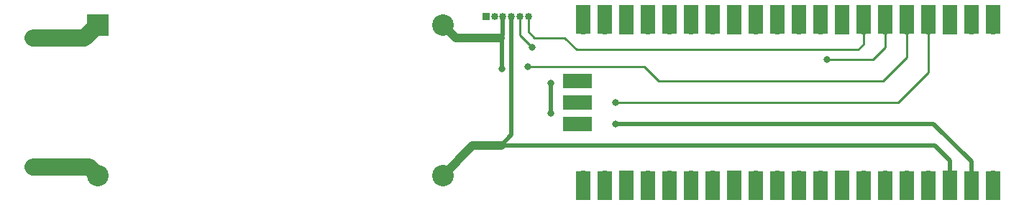
<source format=gbr>
%TF.GenerationSoftware,KiCad,Pcbnew,(6.0.9)*%
%TF.CreationDate,2023-01-12T20:02:03+01:00*%
%TF.ProjectId,pcb,7063622e-6b69-4636-9164-5f7063625858,rev?*%
%TF.SameCoordinates,Original*%
%TF.FileFunction,Copper,L1,Top*%
%TF.FilePolarity,Positive*%
%FSLAX46Y46*%
G04 Gerber Fmt 4.6, Leading zero omitted, Abs format (unit mm)*
G04 Created by KiCad (PCBNEW (6.0.9)) date 2023-01-12 20:02:03*
%MOMM*%
%LPD*%
G01*
G04 APERTURE LIST*
%TA.AperFunction,SMDPad,CuDef*%
%ADD10R,1.700000X3.500000*%
%TD*%
%TA.AperFunction,ComponentPad*%
%ADD11O,1.700000X1.700000*%
%TD*%
%TA.AperFunction,ComponentPad*%
%ADD12R,1.700000X1.700000*%
%TD*%
%TA.AperFunction,SMDPad,CuDef*%
%ADD13R,3.500000X1.700000*%
%TD*%
%TA.AperFunction,ComponentPad*%
%ADD14R,1.350000X1.350000*%
%TD*%
%TA.AperFunction,ComponentPad*%
%ADD15R,0.850000X0.850000*%
%TD*%
%TA.AperFunction,ComponentPad*%
%ADD16O,0.850000X0.850000*%
%TD*%
%TA.AperFunction,ComponentPad*%
%ADD17R,2.540000X2.540000*%
%TD*%
%TA.AperFunction,ComponentPad*%
%ADD18C,2.540000*%
%TD*%
%TA.AperFunction,ViaPad*%
%ADD19C,0.800000*%
%TD*%
%TA.AperFunction,Conductor*%
%ADD20C,0.500000*%
%TD*%
%TA.AperFunction,Conductor*%
%ADD21C,0.250000*%
%TD*%
%TA.AperFunction,Conductor*%
%ADD22C,1.000000*%
%TD*%
%TA.AperFunction,Conductor*%
%ADD23C,2.000000*%
%TD*%
G04 APERTURE END LIST*
D10*
%TO.P,U1,1,GPIO0*%
%TO.N,unconnected-(U1-Pad1)*%
X189602000Y-21198000D03*
D11*
X189602000Y-22098000D03*
D10*
%TO.P,U1,2,GPIO1*%
%TO.N,unconnected-(U1-Pad2)*%
X187062000Y-21198000D03*
D11*
X187062000Y-22098000D03*
D10*
%TO.P,U1,3,GND*%
%TO.N,unconnected-(U1-Pad3)*%
X184522000Y-21198000D03*
D12*
X184522000Y-22098000D03*
D10*
%TO.P,U1,4,GPIO2*%
%TO.N,Net-(J1-Pad1)*%
X181982000Y-21198000D03*
D11*
X181982000Y-22098000D03*
D10*
%TO.P,U1,5,GPIO3*%
%TO.N,Net-(J1-Pad2)*%
X179442000Y-21198000D03*
D11*
X179442000Y-22098000D03*
D10*
%TO.P,U1,6,GPIO4*%
%TO.N,Net-(J1-Pad5)*%
X176902000Y-21198000D03*
D11*
X176902000Y-22098000D03*
D10*
%TO.P,U1,7,GPIO5*%
%TO.N,Net-(J1-Pad6)*%
X174362000Y-21198000D03*
D11*
X174362000Y-22098000D03*
D10*
%TO.P,U1,8,GND*%
%TO.N,unconnected-(U1-Pad8)*%
X171822000Y-21198000D03*
D12*
X171822000Y-22098000D03*
D10*
%TO.P,U1,9,GPIO6*%
%TO.N,unconnected-(U1-Pad9)*%
X169282000Y-21198000D03*
D11*
X169282000Y-22098000D03*
D10*
%TO.P,U1,10,GPIO7*%
%TO.N,unconnected-(U1-Pad10)*%
X166742000Y-21198000D03*
D11*
X166742000Y-22098000D03*
%TO.P,U1,11,GPIO8*%
%TO.N,unconnected-(U1-Pad11)*%
X164202000Y-22098000D03*
D10*
X164202000Y-21198000D03*
%TO.P,U1,12,GPIO9*%
%TO.N,unconnected-(U1-Pad12)*%
X161662000Y-21198000D03*
D11*
X161662000Y-22098000D03*
D12*
%TO.P,U1,13,GND*%
%TO.N,unconnected-(U1-Pad13)*%
X159122000Y-22098000D03*
D10*
X159122000Y-21198000D03*
D11*
%TO.P,U1,14,GPIO10*%
%TO.N,unconnected-(U1-Pad14)*%
X156582000Y-22098000D03*
D10*
X156582000Y-21198000D03*
D11*
%TO.P,U1,15,GPIO11*%
%TO.N,unconnected-(U1-Pad15)*%
X154042000Y-22098000D03*
D10*
X154042000Y-21198000D03*
%TO.P,U1,16,GPIO12*%
%TO.N,unconnected-(U1-Pad16)*%
X151502000Y-21198000D03*
D11*
X151502000Y-22098000D03*
%TO.P,U1,17,GPIO13*%
%TO.N,unconnected-(U1-Pad17)*%
X148962000Y-22098000D03*
D10*
X148962000Y-21198000D03*
%TO.P,U1,18,GND*%
%TO.N,unconnected-(U1-Pad18)*%
X146422000Y-21198000D03*
D12*
X146422000Y-22098000D03*
D10*
%TO.P,U1,19,GPIO14*%
%TO.N,unconnected-(U1-Pad19)*%
X143882000Y-21198000D03*
D11*
X143882000Y-22098000D03*
D10*
%TO.P,U1,20,GPIO15*%
%TO.N,unconnected-(U1-Pad20)*%
X141342000Y-21198000D03*
D11*
X141342000Y-22098000D03*
%TO.P,U1,21,GPIO16*%
%TO.N,unconnected-(U1-Pad21)*%
X141342000Y-39878000D03*
D10*
X141342000Y-40778000D03*
D11*
%TO.P,U1,22,GPIO17*%
%TO.N,unconnected-(U1-Pad22)*%
X143882000Y-39878000D03*
D10*
X143882000Y-40778000D03*
D12*
%TO.P,U1,23,GND*%
%TO.N,unconnected-(U1-Pad23)*%
X146422000Y-39878000D03*
D10*
X146422000Y-40778000D03*
D11*
%TO.P,U1,24,GPIO18*%
%TO.N,unconnected-(U1-Pad24)*%
X148962000Y-39878000D03*
D10*
X148962000Y-40778000D03*
D11*
%TO.P,U1,25,GPIO19*%
%TO.N,unconnected-(U1-Pad25)*%
X151502000Y-39878000D03*
D10*
X151502000Y-40778000D03*
%TO.P,U1,26,GPIO20*%
%TO.N,unconnected-(U1-Pad26)*%
X154042000Y-40778000D03*
D11*
X154042000Y-39878000D03*
D10*
%TO.P,U1,27,GPIO21*%
%TO.N,unconnected-(U1-Pad27)*%
X156582000Y-40778000D03*
D11*
X156582000Y-39878000D03*
D10*
%TO.P,U1,28,GND*%
%TO.N,unconnected-(U1-Pad28)*%
X159122000Y-40778000D03*
D12*
X159122000Y-39878000D03*
D10*
%TO.P,U1,29,GPIO22*%
%TO.N,unconnected-(U1-Pad29)*%
X161662000Y-40778000D03*
D11*
X161662000Y-39878000D03*
D10*
%TO.P,U1,30,RUN*%
%TO.N,unconnected-(U1-Pad30)*%
X164202000Y-40778000D03*
D11*
X164202000Y-39878000D03*
D10*
%TO.P,U1,31,GPIO26_ADC0*%
%TO.N,unconnected-(U1-Pad31)*%
X166742000Y-40778000D03*
D11*
X166742000Y-39878000D03*
%TO.P,U1,32,GPIO27_ADC1*%
%TO.N,unconnected-(U1-Pad32)*%
X169282000Y-39878000D03*
D10*
X169282000Y-40778000D03*
%TO.P,U1,33,AGND*%
%TO.N,unconnected-(U1-Pad33)*%
X171822000Y-40778000D03*
D12*
X171822000Y-39878000D03*
D10*
%TO.P,U1,34,GPIO28_ADC2*%
%TO.N,unconnected-(U1-Pad34)*%
X174362000Y-40778000D03*
D11*
X174362000Y-39878000D03*
%TO.P,U1,35,ADC_VREF*%
%TO.N,unconnected-(U1-Pad35)*%
X176902000Y-39878000D03*
D10*
X176902000Y-40778000D03*
%TO.P,U1,36,3V3*%
%TO.N,unconnected-(U1-Pad36)*%
X179442000Y-40778000D03*
D11*
X179442000Y-39878000D03*
%TO.P,U1,37,3V3_EN*%
%TO.N,unconnected-(U1-Pad37)*%
X181982000Y-39878000D03*
D10*
X181982000Y-40778000D03*
%TO.P,U1,38,GND*%
%TO.N,Net-(J1-Pad4)*%
X184522000Y-40778000D03*
D12*
X184522000Y-39878000D03*
D11*
%TO.P,U1,39,VSYS*%
%TO.N,Net-(J1-Pad3)*%
X187062000Y-39878000D03*
D10*
X187062000Y-40778000D03*
%TO.P,U1,40,VBUS*%
%TO.N,unconnected-(U1-Pad40)*%
X189602000Y-40778000D03*
D11*
X189602000Y-39878000D03*
D13*
%TO.P,U1,41,SWCLK*%
%TO.N,unconnected-(U1-Pad41)*%
X140672000Y-28448000D03*
D11*
X141572000Y-28448000D03*
D12*
%TO.P,U1,42,GND*%
%TO.N,unconnected-(U1-Pad42)*%
X141572000Y-30988000D03*
D13*
X140672000Y-30988000D03*
%TO.P,U1,43,SWDIO*%
%TO.N,unconnected-(U1-Pad43)*%
X140672000Y-33528000D03*
D11*
X141572000Y-33528000D03*
%TD*%
D14*
%TO.P,J2,1,Pin_1*%
%TO.N,Net-(U2-Pad1)*%
X76581000Y-23368000D03*
%TD*%
%TO.P,J3,1,Pin_1*%
%TO.N,Net-(U2-Pad2)*%
X76581000Y-38608000D03*
%TD*%
D15*
%TO.P,J1,1,Pin_1*%
%TO.N,Net-(J1-Pad1)*%
X129921000Y-20828000D03*
D16*
%TO.P,J1,2,Pin_2*%
%TO.N,Net-(J1-Pad2)*%
X130921000Y-20828000D03*
%TO.P,J1,3,Pin_3*%
%TO.N,Net-(J1-Pad3)*%
X131921000Y-20828000D03*
%TO.P,J1,4,Pin_4*%
%TO.N,Net-(J1-Pad4)*%
X132921000Y-20828000D03*
%TO.P,J1,5,Pin_5*%
%TO.N,Net-(J1-Pad5)*%
X133921000Y-20828000D03*
%TO.P,J1,6,Pin_6*%
%TO.N,Net-(J1-Pad6)*%
X134921000Y-20828000D03*
%TD*%
D17*
%TO.P,U2,1,Vin*%
%TO.N,Net-(U2-Pad1)*%
X84201000Y-21818000D03*
D18*
%TO.P,U2,2,GND*%
%TO.N,Net-(U2-Pad2)*%
X84201000Y-39598000D03*
%TO.P,U2,3,GND*%
%TO.N,Net-(J1-Pad4)*%
X124841000Y-39598000D03*
%TO.P,U2,4,Vout*%
%TO.N,Net-(J1-Pad3)*%
X124841000Y-21818000D03*
%TD*%
D19*
%TO.N,Net-(J1-Pad2)*%
X134874000Y-26797000D03*
%TO.N,Net-(J1-Pad5)*%
X135382000Y-24511000D03*
X170053000Y-25908000D03*
%TO.N,Net-(J1-Pad3)*%
X145161000Y-33528000D03*
X137541000Y-32258000D03*
X137541000Y-28702000D03*
X131826000Y-27051000D03*
%TO.N,Net-(J1-Pad1)*%
X145161000Y-30988000D03*
%TD*%
D20*
%TO.N,Net-(J1-Pad4)*%
X132921000Y-34846000D02*
X131699000Y-36068000D01*
X132921000Y-34846000D02*
X132921000Y-20828000D01*
D21*
%TO.N,Net-(J1-Pad1)*%
X145161000Y-30988000D02*
X178435000Y-30988000D01*
X181982000Y-27441000D02*
X178435000Y-30988000D01*
X181982000Y-22098000D02*
X181982000Y-27441000D01*
%TO.N,Net-(J1-Pad2)*%
X179442000Y-25663000D02*
X176657000Y-28448000D01*
X176657000Y-28448000D02*
X150241000Y-28448000D01*
X150241000Y-28448000D02*
X148590000Y-26797000D01*
X148590000Y-26797000D02*
X134874000Y-26797000D01*
X179442000Y-22098000D02*
X179442000Y-25663000D01*
%TO.N,Net-(J1-Pad5)*%
X176902000Y-24520000D02*
X175514000Y-25908000D01*
X176902000Y-22098000D02*
X176902000Y-24520000D01*
X175514000Y-25908000D02*
X170053000Y-25908000D01*
%TO.N,Net-(J1-Pad6)*%
X134921000Y-22653000D02*
X134921000Y-20828000D01*
X135636000Y-23368000D02*
X134921000Y-22653000D01*
X173736000Y-24765000D02*
X140589000Y-24765000D01*
X174362000Y-24139000D02*
X173736000Y-24765000D01*
X174362000Y-22098000D02*
X174362000Y-24139000D01*
X140589000Y-24765000D02*
X139192000Y-23368000D01*
X139192000Y-23368000D02*
X135636000Y-23368000D01*
%TO.N,Net-(J1-Pad5)*%
X133921000Y-23050000D02*
X133921000Y-22923000D01*
X135382000Y-24511000D02*
X133921000Y-23050000D01*
X133921000Y-22923000D02*
X133921000Y-20828000D01*
D20*
%TO.N,Net-(J1-Pad3)*%
X145161000Y-33528000D02*
X158369000Y-33528000D01*
X137541000Y-28702000D02*
X137541000Y-32258000D01*
X187062000Y-37964000D02*
X187062000Y-39878000D01*
X182626000Y-33528000D02*
X187062000Y-37964000D01*
X158369000Y-33528000D02*
X182626000Y-33528000D01*
%TO.N,Net-(J1-Pad4)*%
X184522000Y-37837000D02*
X184522000Y-39878000D01*
X182753000Y-36068000D02*
X184522000Y-37837000D01*
X180721000Y-36068000D02*
X182753000Y-36068000D01*
%TO.N,Net-(J1-Pad3)*%
X131826000Y-23598500D02*
X131826000Y-27051000D01*
X131595500Y-23368000D02*
X131826000Y-23598500D01*
X131595500Y-23368000D02*
X131921000Y-23042500D01*
X131921000Y-23042500D02*
X131921000Y-20828000D01*
D22*
X126391000Y-23368000D02*
X124841000Y-21818000D01*
X131595500Y-23368000D02*
X126391000Y-23368000D01*
%TO.N,Net-(J1-Pad4)*%
X128371000Y-36068000D02*
X131699000Y-36068000D01*
X124841000Y-39598000D02*
X128371000Y-36068000D01*
D20*
X131699000Y-36068000D02*
X180721000Y-36068000D01*
D23*
%TO.N,Net-(U2-Pad1)*%
X76581000Y-23368000D02*
X82651000Y-23368000D01*
X82651000Y-23368000D02*
X84201000Y-21818000D01*
%TO.N,Net-(U2-Pad2)*%
X76581000Y-38608000D02*
X83211000Y-38608000D01*
X83211000Y-38608000D02*
X84201000Y-39598000D01*
%TD*%
M02*

</source>
